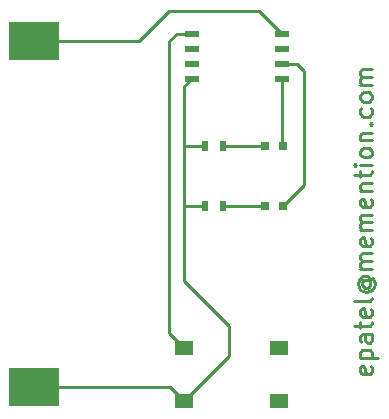
<source format=gtl>
G04 #@! TF.FileFunction,Copper,L1,Top,Signal*
%FSLAX46Y46*%
G04 Gerber Fmt 4.6, Leading zero omitted, Abs format (unit mm)*
G04 Created by KiCad (PCBNEW 4.0.5) date 2017 January 01, Sunday 22:06:37*
%MOMM*%
%LPD*%
G01*
G04 APERTURE LIST*
%ADD10C,0.100000*%
%ADD11C,0.250000*%
%ADD12R,0.797560X0.797560*%
%ADD13R,0.500000X0.900000*%
%ADD14R,1.500000X1.300000*%
%ADD15R,1.143000X0.508000*%
%ADD16R,4.200000X3.200000*%
G04 APERTURE END LIST*
D10*
D11*
X163167143Y-115155714D02*
X163238571Y-115298571D01*
X163238571Y-115584285D01*
X163167143Y-115727142D01*
X163024286Y-115798571D01*
X162452857Y-115798571D01*
X162310000Y-115727142D01*
X162238571Y-115584285D01*
X162238571Y-115298571D01*
X162310000Y-115155714D01*
X162452857Y-115084285D01*
X162595714Y-115084285D01*
X162738571Y-115798571D01*
X162238571Y-114441428D02*
X163738571Y-114441428D01*
X162310000Y-114441428D02*
X162238571Y-114298571D01*
X162238571Y-114012857D01*
X162310000Y-113870000D01*
X162381429Y-113798571D01*
X162524286Y-113727142D01*
X162952857Y-113727142D01*
X163095714Y-113798571D01*
X163167143Y-113870000D01*
X163238571Y-114012857D01*
X163238571Y-114298571D01*
X163167143Y-114441428D01*
X163238571Y-112441428D02*
X162452857Y-112441428D01*
X162310000Y-112512857D01*
X162238571Y-112655714D01*
X162238571Y-112941428D01*
X162310000Y-113084285D01*
X163167143Y-112441428D02*
X163238571Y-112584285D01*
X163238571Y-112941428D01*
X163167143Y-113084285D01*
X163024286Y-113155714D01*
X162881429Y-113155714D01*
X162738571Y-113084285D01*
X162667143Y-112941428D01*
X162667143Y-112584285D01*
X162595714Y-112441428D01*
X162238571Y-111941428D02*
X162238571Y-111369999D01*
X161738571Y-111727142D02*
X163024286Y-111727142D01*
X163167143Y-111655714D01*
X163238571Y-111512856D01*
X163238571Y-111369999D01*
X163167143Y-110298571D02*
X163238571Y-110441428D01*
X163238571Y-110727142D01*
X163167143Y-110869999D01*
X163024286Y-110941428D01*
X162452857Y-110941428D01*
X162310000Y-110869999D01*
X162238571Y-110727142D01*
X162238571Y-110441428D01*
X162310000Y-110298571D01*
X162452857Y-110227142D01*
X162595714Y-110227142D01*
X162738571Y-110941428D01*
X163238571Y-109369999D02*
X163167143Y-109512857D01*
X163024286Y-109584285D01*
X161738571Y-109584285D01*
X162524286Y-107870000D02*
X162452857Y-107941428D01*
X162381429Y-108084285D01*
X162381429Y-108227143D01*
X162452857Y-108370000D01*
X162524286Y-108441428D01*
X162667143Y-108512857D01*
X162810000Y-108512857D01*
X162952857Y-108441428D01*
X163024286Y-108370000D01*
X163095714Y-108227143D01*
X163095714Y-108084285D01*
X163024286Y-107941428D01*
X162952857Y-107870000D01*
X162381429Y-107870000D02*
X162952857Y-107870000D01*
X163024286Y-107798571D01*
X163024286Y-107727143D01*
X162952857Y-107584285D01*
X162810000Y-107512857D01*
X162452857Y-107512857D01*
X162238571Y-107655714D01*
X162095714Y-107870000D01*
X162024286Y-108155714D01*
X162095714Y-108441428D01*
X162238571Y-108655714D01*
X162452857Y-108798571D01*
X162738571Y-108870000D01*
X163024286Y-108798571D01*
X163238571Y-108655714D01*
X163381429Y-108441428D01*
X163452857Y-108155714D01*
X163381429Y-107870000D01*
X163238571Y-107655714D01*
X163238571Y-106870000D02*
X162238571Y-106870000D01*
X162381429Y-106870000D02*
X162310000Y-106798572D01*
X162238571Y-106655714D01*
X162238571Y-106441429D01*
X162310000Y-106298572D01*
X162452857Y-106227143D01*
X163238571Y-106227143D01*
X162452857Y-106227143D02*
X162310000Y-106155714D01*
X162238571Y-106012857D01*
X162238571Y-105798572D01*
X162310000Y-105655714D01*
X162452857Y-105584286D01*
X163238571Y-105584286D01*
X163167143Y-104298572D02*
X163238571Y-104441429D01*
X163238571Y-104727143D01*
X163167143Y-104870000D01*
X163024286Y-104941429D01*
X162452857Y-104941429D01*
X162310000Y-104870000D01*
X162238571Y-104727143D01*
X162238571Y-104441429D01*
X162310000Y-104298572D01*
X162452857Y-104227143D01*
X162595714Y-104227143D01*
X162738571Y-104941429D01*
X163238571Y-103584286D02*
X162238571Y-103584286D01*
X162381429Y-103584286D02*
X162310000Y-103512858D01*
X162238571Y-103370000D01*
X162238571Y-103155715D01*
X162310000Y-103012858D01*
X162452857Y-102941429D01*
X163238571Y-102941429D01*
X162452857Y-102941429D02*
X162310000Y-102870000D01*
X162238571Y-102727143D01*
X162238571Y-102512858D01*
X162310000Y-102370000D01*
X162452857Y-102298572D01*
X163238571Y-102298572D01*
X163167143Y-101012858D02*
X163238571Y-101155715D01*
X163238571Y-101441429D01*
X163167143Y-101584286D01*
X163024286Y-101655715D01*
X162452857Y-101655715D01*
X162310000Y-101584286D01*
X162238571Y-101441429D01*
X162238571Y-101155715D01*
X162310000Y-101012858D01*
X162452857Y-100941429D01*
X162595714Y-100941429D01*
X162738571Y-101655715D01*
X162238571Y-100298572D02*
X163238571Y-100298572D01*
X162381429Y-100298572D02*
X162310000Y-100227144D01*
X162238571Y-100084286D01*
X162238571Y-99870001D01*
X162310000Y-99727144D01*
X162452857Y-99655715D01*
X163238571Y-99655715D01*
X162238571Y-99155715D02*
X162238571Y-98584286D01*
X161738571Y-98941429D02*
X163024286Y-98941429D01*
X163167143Y-98870001D01*
X163238571Y-98727143D01*
X163238571Y-98584286D01*
X163238571Y-98084286D02*
X162238571Y-98084286D01*
X161738571Y-98084286D02*
X161810000Y-98155715D01*
X161881429Y-98084286D01*
X161810000Y-98012858D01*
X161738571Y-98084286D01*
X161881429Y-98084286D01*
X163238571Y-97155714D02*
X163167143Y-97298572D01*
X163095714Y-97370000D01*
X162952857Y-97441429D01*
X162524286Y-97441429D01*
X162381429Y-97370000D01*
X162310000Y-97298572D01*
X162238571Y-97155714D01*
X162238571Y-96941429D01*
X162310000Y-96798572D01*
X162381429Y-96727143D01*
X162524286Y-96655714D01*
X162952857Y-96655714D01*
X163095714Y-96727143D01*
X163167143Y-96798572D01*
X163238571Y-96941429D01*
X163238571Y-97155714D01*
X162238571Y-96012857D02*
X163238571Y-96012857D01*
X162381429Y-96012857D02*
X162310000Y-95941429D01*
X162238571Y-95798571D01*
X162238571Y-95584286D01*
X162310000Y-95441429D01*
X162452857Y-95370000D01*
X163238571Y-95370000D01*
X163095714Y-94655714D02*
X163167143Y-94584286D01*
X163238571Y-94655714D01*
X163167143Y-94727143D01*
X163095714Y-94655714D01*
X163238571Y-94655714D01*
X163167143Y-93298571D02*
X163238571Y-93441428D01*
X163238571Y-93727142D01*
X163167143Y-93870000D01*
X163095714Y-93941428D01*
X162952857Y-94012857D01*
X162524286Y-94012857D01*
X162381429Y-93941428D01*
X162310000Y-93870000D01*
X162238571Y-93727142D01*
X162238571Y-93441428D01*
X162310000Y-93298571D01*
X163238571Y-92441428D02*
X163167143Y-92584286D01*
X163095714Y-92655714D01*
X162952857Y-92727143D01*
X162524286Y-92727143D01*
X162381429Y-92655714D01*
X162310000Y-92584286D01*
X162238571Y-92441428D01*
X162238571Y-92227143D01*
X162310000Y-92084286D01*
X162381429Y-92012857D01*
X162524286Y-91941428D01*
X162952857Y-91941428D01*
X163095714Y-92012857D01*
X163167143Y-92084286D01*
X163238571Y-92227143D01*
X163238571Y-92441428D01*
X163238571Y-91298571D02*
X162238571Y-91298571D01*
X162381429Y-91298571D02*
X162310000Y-91227143D01*
X162238571Y-91084285D01*
X162238571Y-90870000D01*
X162310000Y-90727143D01*
X162452857Y-90655714D01*
X163238571Y-90655714D01*
X162452857Y-90655714D02*
X162310000Y-90584285D01*
X162238571Y-90441428D01*
X162238571Y-90227143D01*
X162310000Y-90084285D01*
X162452857Y-90012857D01*
X163238571Y-90012857D01*
D12*
X154190700Y-96520000D03*
X155689300Y-96520000D03*
X154190700Y-101600000D03*
X155689300Y-101600000D03*
D13*
X150610000Y-96520000D03*
X149110000Y-96520000D03*
X150610000Y-101600000D03*
X149110000Y-101600000D03*
D14*
X147320000Y-118110000D03*
X155320000Y-118110000D03*
X147320000Y-113610000D03*
X155320000Y-113610000D03*
D15*
X155575000Y-86995000D03*
X155575000Y-88265000D03*
X155575000Y-89535000D03*
X155575000Y-90805000D03*
X147955000Y-90805000D03*
X147955000Y-89535000D03*
X147955000Y-88265000D03*
X147955000Y-86995000D03*
D16*
X134620000Y-87630000D03*
X134620000Y-116930000D03*
D11*
X134620000Y-87630000D02*
X143510000Y-87630000D01*
X143510000Y-87630000D02*
X146050000Y-85090000D01*
X146050000Y-85090000D02*
X153670000Y-85090000D01*
X153670000Y-85090000D02*
X155575000Y-86995000D01*
X134620000Y-116930000D02*
X146140000Y-116930000D01*
X146140000Y-116930000D02*
X147320000Y-118110000D01*
X151130000Y-114300000D02*
X147320000Y-118110000D01*
X147320000Y-101600000D02*
X147320000Y-107950000D01*
X147320000Y-107950000D02*
X151130000Y-111760000D01*
X151130000Y-111760000D02*
X151130000Y-114300000D01*
X147320000Y-101600000D02*
X149110000Y-101600000D01*
X147320000Y-96520000D02*
X147320000Y-101600000D01*
X147320000Y-92710000D02*
X147320000Y-91440000D01*
X147320000Y-96520000D02*
X149110000Y-96520000D01*
X147320000Y-91440000D02*
X147955000Y-90805000D01*
X147320000Y-96520000D02*
X147320000Y-92710000D01*
X150610000Y-96520000D02*
X154190700Y-96520000D01*
X155575000Y-90805000D02*
X155575000Y-96405700D01*
X155575000Y-96405700D02*
X155689300Y-96520000D01*
X150610000Y-101600000D02*
X154190700Y-101600000D01*
X155575000Y-89535000D02*
X156845000Y-89535000D01*
X156845000Y-89535000D02*
X157480000Y-90170000D01*
X157480000Y-90170000D02*
X157480000Y-99809300D01*
X157480000Y-99809300D02*
X155689300Y-101600000D01*
X146050000Y-88900000D02*
X146050000Y-87630000D01*
X146050000Y-87630000D02*
X146685000Y-86995000D01*
X146685000Y-86995000D02*
X147955000Y-86995000D01*
X147320000Y-113610000D02*
X146050000Y-112340000D01*
X146050000Y-88900000D02*
X146050000Y-112340000D01*
M02*

</source>
